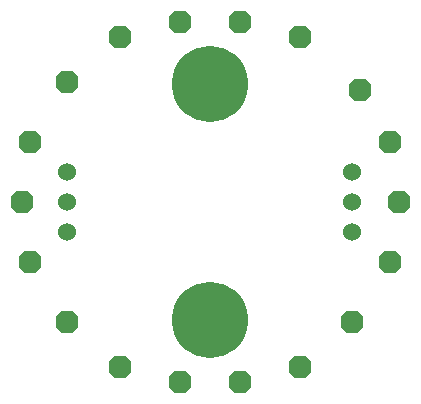
<source format=gbl>
G75*
%MOIN*%
%OFA0B0*%
%FSLAX24Y24*%
%IPPOS*%
%LPD*%
%AMOC8*
5,1,8,0,0,1.08239X$1,22.5*
%
%ADD10OC8,0.0760*%
%ADD11C,0.0600*%
%ADD12C,0.2540*%
D10*
X002350Y003100D03*
X004100Y001600D03*
X006100Y001100D03*
X008100Y001100D03*
X010100Y001600D03*
X011850Y003100D03*
X013100Y005100D03*
X013400Y007100D03*
X013100Y009100D03*
X012100Y010850D03*
X010100Y012600D03*
X008100Y013100D03*
X006100Y013100D03*
X004100Y012600D03*
X002350Y011100D03*
X001100Y009100D03*
X000850Y007100D03*
X001100Y005100D03*
D11*
X002350Y006100D03*
X002350Y007100D03*
X002350Y008100D03*
X011850Y008100D03*
X011850Y007100D03*
X011850Y006100D03*
D12*
X007100Y003163D03*
X007100Y011038D03*
M02*

</source>
